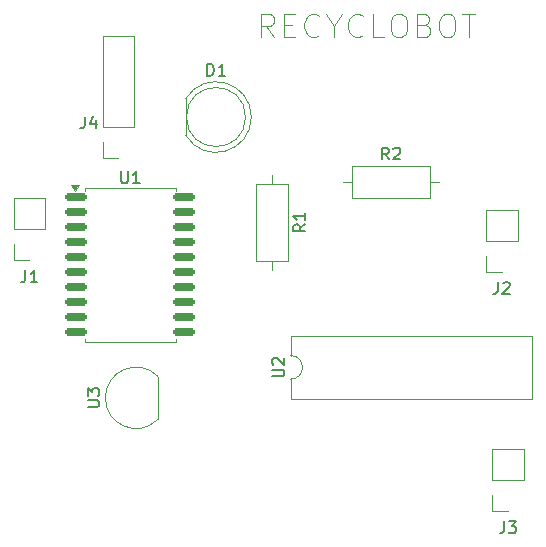
<source format=gto>
G04 #@! TF.GenerationSoftware,KiCad,Pcbnew,8.0.1*
G04 #@! TF.CreationDate,2024-05-12T16:03:36-04:00*
G04 #@! TF.ProjectId,recyclobot_main,72656379-636c-46f6-926f-745f6d61696e,rev?*
G04 #@! TF.SameCoordinates,Original*
G04 #@! TF.FileFunction,Legend,Top*
G04 #@! TF.FilePolarity,Positive*
%FSLAX46Y46*%
G04 Gerber Fmt 4.6, Leading zero omitted, Abs format (unit mm)*
G04 Created by KiCad (PCBNEW 8.0.1) date 2024-05-12 16:03:36*
%MOMM*%
%LPD*%
G01*
G04 APERTURE LIST*
G04 Aperture macros list*
%AMRoundRect*
0 Rectangle with rounded corners*
0 $1 Rounding radius*
0 $2 $3 $4 $5 $6 $7 $8 $9 X,Y pos of 4 corners*
0 Add a 4 corners polygon primitive as box body*
4,1,4,$2,$3,$4,$5,$6,$7,$8,$9,$2,$3,0*
0 Add four circle primitives for the rounded corners*
1,1,$1+$1,$2,$3*
1,1,$1+$1,$4,$5*
1,1,$1+$1,$6,$7*
1,1,$1+$1,$8,$9*
0 Add four rect primitives between the rounded corners*
20,1,$1+$1,$2,$3,$4,$5,0*
20,1,$1+$1,$4,$5,$6,$7,0*
20,1,$1+$1,$6,$7,$8,$9,0*
20,1,$1+$1,$8,$9,$2,$3,0*%
G04 Aperture macros list end*
%ADD10C,0.100000*%
%ADD11C,0.150000*%
%ADD12C,0.120000*%
%ADD13R,1.500000X1.050000*%
%ADD14O,1.500000X1.050000*%
%ADD15R,1.600000X1.600000*%
%ADD16O,1.600000X1.600000*%
%ADD17RoundRect,0.150000X-0.800000X-0.150000X0.800000X-0.150000X0.800000X0.150000X-0.800000X0.150000X0*%
%ADD18C,1.600000*%
%ADD19R,1.700000X1.700000*%
%ADD20O,1.700000X1.700000*%
%ADD21R,1.800000X1.800000*%
%ADD22C,1.800000*%
G04 APERTURE END LIST*
D10*
X148684836Y-68750038D02*
X148018169Y-67797657D01*
X147541979Y-68750038D02*
X147541979Y-66750038D01*
X147541979Y-66750038D02*
X148303884Y-66750038D01*
X148303884Y-66750038D02*
X148494360Y-66845276D01*
X148494360Y-66845276D02*
X148589598Y-66940514D01*
X148589598Y-66940514D02*
X148684836Y-67130990D01*
X148684836Y-67130990D02*
X148684836Y-67416704D01*
X148684836Y-67416704D02*
X148589598Y-67607180D01*
X148589598Y-67607180D02*
X148494360Y-67702419D01*
X148494360Y-67702419D02*
X148303884Y-67797657D01*
X148303884Y-67797657D02*
X147541979Y-67797657D01*
X149541979Y-67702419D02*
X150208646Y-67702419D01*
X150494360Y-68750038D02*
X149541979Y-68750038D01*
X149541979Y-68750038D02*
X149541979Y-66750038D01*
X149541979Y-66750038D02*
X150494360Y-66750038D01*
X152494360Y-68559561D02*
X152399122Y-68654800D01*
X152399122Y-68654800D02*
X152113408Y-68750038D01*
X152113408Y-68750038D02*
X151922932Y-68750038D01*
X151922932Y-68750038D02*
X151637217Y-68654800D01*
X151637217Y-68654800D02*
X151446741Y-68464323D01*
X151446741Y-68464323D02*
X151351503Y-68273847D01*
X151351503Y-68273847D02*
X151256265Y-67892895D01*
X151256265Y-67892895D02*
X151256265Y-67607180D01*
X151256265Y-67607180D02*
X151351503Y-67226228D01*
X151351503Y-67226228D02*
X151446741Y-67035752D01*
X151446741Y-67035752D02*
X151637217Y-66845276D01*
X151637217Y-66845276D02*
X151922932Y-66750038D01*
X151922932Y-66750038D02*
X152113408Y-66750038D01*
X152113408Y-66750038D02*
X152399122Y-66845276D01*
X152399122Y-66845276D02*
X152494360Y-66940514D01*
X153732455Y-67797657D02*
X153732455Y-68750038D01*
X153065789Y-66750038D02*
X153732455Y-67797657D01*
X153732455Y-67797657D02*
X154399122Y-66750038D01*
X156208646Y-68559561D02*
X156113408Y-68654800D01*
X156113408Y-68654800D02*
X155827694Y-68750038D01*
X155827694Y-68750038D02*
X155637218Y-68750038D01*
X155637218Y-68750038D02*
X155351503Y-68654800D01*
X155351503Y-68654800D02*
X155161027Y-68464323D01*
X155161027Y-68464323D02*
X155065789Y-68273847D01*
X155065789Y-68273847D02*
X154970551Y-67892895D01*
X154970551Y-67892895D02*
X154970551Y-67607180D01*
X154970551Y-67607180D02*
X155065789Y-67226228D01*
X155065789Y-67226228D02*
X155161027Y-67035752D01*
X155161027Y-67035752D02*
X155351503Y-66845276D01*
X155351503Y-66845276D02*
X155637218Y-66750038D01*
X155637218Y-66750038D02*
X155827694Y-66750038D01*
X155827694Y-66750038D02*
X156113408Y-66845276D01*
X156113408Y-66845276D02*
X156208646Y-66940514D01*
X158018170Y-68750038D02*
X157065789Y-68750038D01*
X157065789Y-68750038D02*
X157065789Y-66750038D01*
X159065789Y-66750038D02*
X159446742Y-66750038D01*
X159446742Y-66750038D02*
X159637218Y-66845276D01*
X159637218Y-66845276D02*
X159827694Y-67035752D01*
X159827694Y-67035752D02*
X159922932Y-67416704D01*
X159922932Y-67416704D02*
X159922932Y-68083371D01*
X159922932Y-68083371D02*
X159827694Y-68464323D01*
X159827694Y-68464323D02*
X159637218Y-68654800D01*
X159637218Y-68654800D02*
X159446742Y-68750038D01*
X159446742Y-68750038D02*
X159065789Y-68750038D01*
X159065789Y-68750038D02*
X158875313Y-68654800D01*
X158875313Y-68654800D02*
X158684837Y-68464323D01*
X158684837Y-68464323D02*
X158589599Y-68083371D01*
X158589599Y-68083371D02*
X158589599Y-67416704D01*
X158589599Y-67416704D02*
X158684837Y-67035752D01*
X158684837Y-67035752D02*
X158875313Y-66845276D01*
X158875313Y-66845276D02*
X159065789Y-66750038D01*
X161446742Y-67702419D02*
X161732456Y-67797657D01*
X161732456Y-67797657D02*
X161827694Y-67892895D01*
X161827694Y-67892895D02*
X161922932Y-68083371D01*
X161922932Y-68083371D02*
X161922932Y-68369085D01*
X161922932Y-68369085D02*
X161827694Y-68559561D01*
X161827694Y-68559561D02*
X161732456Y-68654800D01*
X161732456Y-68654800D02*
X161541980Y-68750038D01*
X161541980Y-68750038D02*
X160780075Y-68750038D01*
X160780075Y-68750038D02*
X160780075Y-66750038D01*
X160780075Y-66750038D02*
X161446742Y-66750038D01*
X161446742Y-66750038D02*
X161637218Y-66845276D01*
X161637218Y-66845276D02*
X161732456Y-66940514D01*
X161732456Y-66940514D02*
X161827694Y-67130990D01*
X161827694Y-67130990D02*
X161827694Y-67321466D01*
X161827694Y-67321466D02*
X161732456Y-67511942D01*
X161732456Y-67511942D02*
X161637218Y-67607180D01*
X161637218Y-67607180D02*
X161446742Y-67702419D01*
X161446742Y-67702419D02*
X160780075Y-67702419D01*
X163161027Y-66750038D02*
X163541980Y-66750038D01*
X163541980Y-66750038D02*
X163732456Y-66845276D01*
X163732456Y-66845276D02*
X163922932Y-67035752D01*
X163922932Y-67035752D02*
X164018170Y-67416704D01*
X164018170Y-67416704D02*
X164018170Y-68083371D01*
X164018170Y-68083371D02*
X163922932Y-68464323D01*
X163922932Y-68464323D02*
X163732456Y-68654800D01*
X163732456Y-68654800D02*
X163541980Y-68750038D01*
X163541980Y-68750038D02*
X163161027Y-68750038D01*
X163161027Y-68750038D02*
X162970551Y-68654800D01*
X162970551Y-68654800D02*
X162780075Y-68464323D01*
X162780075Y-68464323D02*
X162684837Y-68083371D01*
X162684837Y-68083371D02*
X162684837Y-67416704D01*
X162684837Y-67416704D02*
X162780075Y-67035752D01*
X162780075Y-67035752D02*
X162970551Y-66845276D01*
X162970551Y-66845276D02*
X163161027Y-66750038D01*
X164589599Y-66750038D02*
X165732456Y-66750038D01*
X165161027Y-68750038D02*
X165161027Y-66750038D01*
D11*
X132894819Y-100031904D02*
X133704342Y-100031904D01*
X133704342Y-100031904D02*
X133799580Y-99984285D01*
X133799580Y-99984285D02*
X133847200Y-99936666D01*
X133847200Y-99936666D02*
X133894819Y-99841428D01*
X133894819Y-99841428D02*
X133894819Y-99650952D01*
X133894819Y-99650952D02*
X133847200Y-99555714D01*
X133847200Y-99555714D02*
X133799580Y-99508095D01*
X133799580Y-99508095D02*
X133704342Y-99460476D01*
X133704342Y-99460476D02*
X132894819Y-99460476D01*
X132894819Y-99079523D02*
X132894819Y-98460476D01*
X132894819Y-98460476D02*
X133275771Y-98793809D01*
X133275771Y-98793809D02*
X133275771Y-98650952D01*
X133275771Y-98650952D02*
X133323390Y-98555714D01*
X133323390Y-98555714D02*
X133371009Y-98508095D01*
X133371009Y-98508095D02*
X133466247Y-98460476D01*
X133466247Y-98460476D02*
X133704342Y-98460476D01*
X133704342Y-98460476D02*
X133799580Y-98508095D01*
X133799580Y-98508095D02*
X133847200Y-98555714D01*
X133847200Y-98555714D02*
X133894819Y-98650952D01*
X133894819Y-98650952D02*
X133894819Y-98936666D01*
X133894819Y-98936666D02*
X133847200Y-99031904D01*
X133847200Y-99031904D02*
X133799580Y-99079523D01*
X148544819Y-97451904D02*
X149354342Y-97451904D01*
X149354342Y-97451904D02*
X149449580Y-97404285D01*
X149449580Y-97404285D02*
X149497200Y-97356666D01*
X149497200Y-97356666D02*
X149544819Y-97261428D01*
X149544819Y-97261428D02*
X149544819Y-97070952D01*
X149544819Y-97070952D02*
X149497200Y-96975714D01*
X149497200Y-96975714D02*
X149449580Y-96928095D01*
X149449580Y-96928095D02*
X149354342Y-96880476D01*
X149354342Y-96880476D02*
X148544819Y-96880476D01*
X148640057Y-96451904D02*
X148592438Y-96404285D01*
X148592438Y-96404285D02*
X148544819Y-96309047D01*
X148544819Y-96309047D02*
X148544819Y-96070952D01*
X148544819Y-96070952D02*
X148592438Y-95975714D01*
X148592438Y-95975714D02*
X148640057Y-95928095D01*
X148640057Y-95928095D02*
X148735295Y-95880476D01*
X148735295Y-95880476D02*
X148830533Y-95880476D01*
X148830533Y-95880476D02*
X148973390Y-95928095D01*
X148973390Y-95928095D02*
X149544819Y-96499523D01*
X149544819Y-96499523D02*
X149544819Y-95880476D01*
X135738095Y-80104819D02*
X135738095Y-80914342D01*
X135738095Y-80914342D02*
X135785714Y-81009580D01*
X135785714Y-81009580D02*
X135833333Y-81057200D01*
X135833333Y-81057200D02*
X135928571Y-81104819D01*
X135928571Y-81104819D02*
X136119047Y-81104819D01*
X136119047Y-81104819D02*
X136214285Y-81057200D01*
X136214285Y-81057200D02*
X136261904Y-81009580D01*
X136261904Y-81009580D02*
X136309523Y-80914342D01*
X136309523Y-80914342D02*
X136309523Y-80104819D01*
X137309523Y-81104819D02*
X136738095Y-81104819D01*
X137023809Y-81104819D02*
X137023809Y-80104819D01*
X137023809Y-80104819D02*
X136928571Y-80247676D01*
X136928571Y-80247676D02*
X136833333Y-80342914D01*
X136833333Y-80342914D02*
X136738095Y-80390533D01*
X158413333Y-79084819D02*
X158080000Y-78608628D01*
X157841905Y-79084819D02*
X157841905Y-78084819D01*
X157841905Y-78084819D02*
X158222857Y-78084819D01*
X158222857Y-78084819D02*
X158318095Y-78132438D01*
X158318095Y-78132438D02*
X158365714Y-78180057D01*
X158365714Y-78180057D02*
X158413333Y-78275295D01*
X158413333Y-78275295D02*
X158413333Y-78418152D01*
X158413333Y-78418152D02*
X158365714Y-78513390D01*
X158365714Y-78513390D02*
X158318095Y-78561009D01*
X158318095Y-78561009D02*
X158222857Y-78608628D01*
X158222857Y-78608628D02*
X157841905Y-78608628D01*
X158794286Y-78180057D02*
X158841905Y-78132438D01*
X158841905Y-78132438D02*
X158937143Y-78084819D01*
X158937143Y-78084819D02*
X159175238Y-78084819D01*
X159175238Y-78084819D02*
X159270476Y-78132438D01*
X159270476Y-78132438D02*
X159318095Y-78180057D01*
X159318095Y-78180057D02*
X159365714Y-78275295D01*
X159365714Y-78275295D02*
X159365714Y-78370533D01*
X159365714Y-78370533D02*
X159318095Y-78513390D01*
X159318095Y-78513390D02*
X158746667Y-79084819D01*
X158746667Y-79084819D02*
X159365714Y-79084819D01*
X151324819Y-84586666D02*
X150848628Y-84919999D01*
X151324819Y-85158094D02*
X150324819Y-85158094D01*
X150324819Y-85158094D02*
X150324819Y-84777142D01*
X150324819Y-84777142D02*
X150372438Y-84681904D01*
X150372438Y-84681904D02*
X150420057Y-84634285D01*
X150420057Y-84634285D02*
X150515295Y-84586666D01*
X150515295Y-84586666D02*
X150658152Y-84586666D01*
X150658152Y-84586666D02*
X150753390Y-84634285D01*
X150753390Y-84634285D02*
X150801009Y-84681904D01*
X150801009Y-84681904D02*
X150848628Y-84777142D01*
X150848628Y-84777142D02*
X150848628Y-85158094D01*
X151324819Y-83634285D02*
X151324819Y-84205713D01*
X151324819Y-83919999D02*
X150324819Y-83919999D01*
X150324819Y-83919999D02*
X150467676Y-84015237D01*
X150467676Y-84015237D02*
X150562914Y-84110475D01*
X150562914Y-84110475D02*
X150610533Y-84205713D01*
X132666666Y-75454819D02*
X132666666Y-76169104D01*
X132666666Y-76169104D02*
X132619047Y-76311961D01*
X132619047Y-76311961D02*
X132523809Y-76407200D01*
X132523809Y-76407200D02*
X132380952Y-76454819D01*
X132380952Y-76454819D02*
X132285714Y-76454819D01*
X133571428Y-75788152D02*
X133571428Y-76454819D01*
X133333333Y-75407200D02*
X133095238Y-76121485D01*
X133095238Y-76121485D02*
X133714285Y-76121485D01*
X168166666Y-109724819D02*
X168166666Y-110439104D01*
X168166666Y-110439104D02*
X168119047Y-110581961D01*
X168119047Y-110581961D02*
X168023809Y-110677200D01*
X168023809Y-110677200D02*
X167880952Y-110724819D01*
X167880952Y-110724819D02*
X167785714Y-110724819D01*
X168547619Y-109724819D02*
X169166666Y-109724819D01*
X169166666Y-109724819D02*
X168833333Y-110105771D01*
X168833333Y-110105771D02*
X168976190Y-110105771D01*
X168976190Y-110105771D02*
X169071428Y-110153390D01*
X169071428Y-110153390D02*
X169119047Y-110201009D01*
X169119047Y-110201009D02*
X169166666Y-110296247D01*
X169166666Y-110296247D02*
X169166666Y-110534342D01*
X169166666Y-110534342D02*
X169119047Y-110629580D01*
X169119047Y-110629580D02*
X169071428Y-110677200D01*
X169071428Y-110677200D02*
X168976190Y-110724819D01*
X168976190Y-110724819D02*
X168690476Y-110724819D01*
X168690476Y-110724819D02*
X168595238Y-110677200D01*
X168595238Y-110677200D02*
X168547619Y-110629580D01*
X167641666Y-89474819D02*
X167641666Y-90189104D01*
X167641666Y-90189104D02*
X167594047Y-90331961D01*
X167594047Y-90331961D02*
X167498809Y-90427200D01*
X167498809Y-90427200D02*
X167355952Y-90474819D01*
X167355952Y-90474819D02*
X167260714Y-90474819D01*
X168070238Y-89570057D02*
X168117857Y-89522438D01*
X168117857Y-89522438D02*
X168213095Y-89474819D01*
X168213095Y-89474819D02*
X168451190Y-89474819D01*
X168451190Y-89474819D02*
X168546428Y-89522438D01*
X168546428Y-89522438D02*
X168594047Y-89570057D01*
X168594047Y-89570057D02*
X168641666Y-89665295D01*
X168641666Y-89665295D02*
X168641666Y-89760533D01*
X168641666Y-89760533D02*
X168594047Y-89903390D01*
X168594047Y-89903390D02*
X168022619Y-90474819D01*
X168022619Y-90474819D02*
X168641666Y-90474819D01*
X127641666Y-88474819D02*
X127641666Y-89189104D01*
X127641666Y-89189104D02*
X127594047Y-89331961D01*
X127594047Y-89331961D02*
X127498809Y-89427200D01*
X127498809Y-89427200D02*
X127355952Y-89474819D01*
X127355952Y-89474819D02*
X127260714Y-89474819D01*
X128641666Y-89474819D02*
X128070238Y-89474819D01*
X128355952Y-89474819D02*
X128355952Y-88474819D01*
X128355952Y-88474819D02*
X128260714Y-88617676D01*
X128260714Y-88617676D02*
X128165476Y-88712914D01*
X128165476Y-88712914D02*
X128070238Y-88760533D01*
X143031905Y-71994819D02*
X143031905Y-70994819D01*
X143031905Y-70994819D02*
X143270000Y-70994819D01*
X143270000Y-70994819D02*
X143412857Y-71042438D01*
X143412857Y-71042438D02*
X143508095Y-71137676D01*
X143508095Y-71137676D02*
X143555714Y-71232914D01*
X143555714Y-71232914D02*
X143603333Y-71423390D01*
X143603333Y-71423390D02*
X143603333Y-71566247D01*
X143603333Y-71566247D02*
X143555714Y-71756723D01*
X143555714Y-71756723D02*
X143508095Y-71851961D01*
X143508095Y-71851961D02*
X143412857Y-71947200D01*
X143412857Y-71947200D02*
X143270000Y-71994819D01*
X143270000Y-71994819D02*
X143031905Y-71994819D01*
X144555714Y-71994819D02*
X143984286Y-71994819D01*
X144270000Y-71994819D02*
X144270000Y-70994819D01*
X144270000Y-70994819D02*
X144174762Y-71137676D01*
X144174762Y-71137676D02*
X144079524Y-71232914D01*
X144079524Y-71232914D02*
X143984286Y-71280533D01*
D12*
X138850000Y-101070000D02*
X138850000Y-97470000D01*
X138838478Y-101108478D02*
G75*
G02*
X134400000Y-99270000I-1838478J1838478D01*
G01*
X134400000Y-99270000D02*
G75*
G02*
X138838478Y-97431522I2600000J0D01*
G01*
X150090000Y-99340000D02*
X170530000Y-99340000D01*
X170530000Y-99340000D02*
X170530000Y-94040000D01*
X150090000Y-97690000D02*
X150090000Y-99340000D01*
X150090000Y-94040000D02*
X150090000Y-95690000D01*
X170530000Y-94040000D02*
X150090000Y-94040000D01*
X150090000Y-95690000D02*
G75*
G02*
X150090000Y-97690000I0J-1000000D01*
G01*
X131850000Y-81725000D02*
X131510000Y-81255000D01*
X132190000Y-81255000D01*
X131850000Y-81725000D01*
G36*
X131850000Y-81725000D02*
G01*
X131510000Y-81255000D01*
X132190000Y-81255000D01*
X131850000Y-81725000D01*
G37*
X140360000Y-94510000D02*
X140360000Y-94275000D01*
X140360000Y-81490000D02*
X140360000Y-81725000D01*
X136500000Y-94510000D02*
X140360000Y-94510000D01*
X136500000Y-94510000D02*
X132640000Y-94510000D01*
X136500000Y-81490000D02*
X140360000Y-81490000D01*
X136500000Y-81490000D02*
X132640000Y-81490000D01*
X132640000Y-94510000D02*
X132640000Y-94275000D01*
X132640000Y-81490000D02*
X132640000Y-81725000D01*
X154540000Y-81000000D02*
X155310000Y-81000000D01*
X155310000Y-79630000D02*
X155310000Y-82370000D01*
X155310000Y-82370000D02*
X161850000Y-82370000D01*
X161850000Y-79630000D02*
X155310000Y-79630000D01*
X161850000Y-82370000D02*
X161850000Y-79630000D01*
X162620000Y-81000000D02*
X161850000Y-81000000D01*
X148500000Y-80380000D02*
X148500000Y-81150000D01*
X149870000Y-81150000D02*
X147130000Y-81150000D01*
X147130000Y-81150000D02*
X147130000Y-87690000D01*
X149870000Y-87690000D02*
X149870000Y-81150000D01*
X147130000Y-87690000D02*
X149870000Y-87690000D01*
X148500000Y-88460000D02*
X148500000Y-87690000D01*
X136830000Y-76350000D02*
X136830000Y-68670000D01*
X136830000Y-76350000D02*
X134170000Y-76350000D01*
X136830000Y-68670000D02*
X134170000Y-68670000D01*
X135500000Y-78950000D02*
X134170000Y-78950000D01*
X134170000Y-78950000D02*
X134170000Y-77620000D01*
X134170000Y-76350000D02*
X134170000Y-68670000D01*
X169830000Y-106230000D02*
X169830000Y-103630000D01*
X169830000Y-106230000D02*
X167170000Y-106230000D01*
X169830000Y-103630000D02*
X167170000Y-103630000D01*
X168500000Y-108830000D02*
X167170000Y-108830000D01*
X167170000Y-108830000D02*
X167170000Y-107500000D01*
X167170000Y-106230000D02*
X167170000Y-103630000D01*
X169305000Y-85980000D02*
X169305000Y-83380000D01*
X169305000Y-85980000D02*
X166645000Y-85980000D01*
X169305000Y-83380000D02*
X166645000Y-83380000D01*
X167975000Y-88580000D02*
X166645000Y-88580000D01*
X166645000Y-88580000D02*
X166645000Y-87250000D01*
X166645000Y-85980000D02*
X166645000Y-83380000D01*
X129305000Y-84980000D02*
X129305000Y-82380000D01*
X129305000Y-84980000D02*
X126645000Y-84980000D01*
X129305000Y-82380000D02*
X126645000Y-82380000D01*
X127975000Y-87580000D02*
X126645000Y-87580000D01*
X126645000Y-87580000D02*
X126645000Y-86250000D01*
X126645000Y-84980000D02*
X126645000Y-82380000D01*
X141210000Y-73955000D02*
X141210000Y-77045000D01*
X141210001Y-73955170D02*
G75*
G02*
X146759999Y-75500462I2559999J-1544830D01*
G01*
X146760000Y-75499538D02*
G75*
G02*
X141210000Y-77044830I-2990000J-462D01*
G01*
X146270000Y-75500000D02*
G75*
G02*
X141270000Y-75500000I-2500000J0D01*
G01*
X141270000Y-75500000D02*
G75*
G02*
X146270000Y-75500000I2500000J0D01*
G01*
%LPC*%
D13*
X137000000Y-100540000D03*
D14*
X137000000Y-99270000D03*
X137000000Y-98000000D03*
D15*
X151420000Y-100500000D03*
D16*
X153960000Y-100500000D03*
X156500000Y-100500000D03*
X159040000Y-100500000D03*
X161580000Y-100500000D03*
X164120000Y-100500000D03*
X166660000Y-100500000D03*
X169200000Y-100500000D03*
X169200000Y-92880000D03*
X166660000Y-92880000D03*
X164120000Y-92880000D03*
X161580000Y-92880000D03*
X159040000Y-92880000D03*
X156500000Y-92880000D03*
X153960000Y-92880000D03*
X151420000Y-92880000D03*
D17*
X141100000Y-82285000D03*
X141100000Y-83555000D03*
X141100000Y-84825000D03*
X141100000Y-86095000D03*
X141100000Y-87365000D03*
X141100000Y-88635000D03*
X141100000Y-89905000D03*
X141100000Y-91175000D03*
X141100000Y-92445000D03*
X141100000Y-93715000D03*
X131900000Y-93715000D03*
X131900000Y-92445000D03*
X131900000Y-91175000D03*
X131900000Y-89905000D03*
X131900000Y-88635000D03*
X131900000Y-87365000D03*
X131900000Y-86095000D03*
X131900000Y-84825000D03*
X131900000Y-83555000D03*
X131900000Y-82285000D03*
D18*
X153500000Y-81000000D03*
D16*
X163660000Y-81000000D03*
D18*
X148500000Y-79340000D03*
D16*
X148500000Y-89500000D03*
D19*
X135500000Y-77620000D03*
D20*
X135500000Y-75080000D03*
X135500000Y-72540000D03*
X135500000Y-70000000D03*
D19*
X168500000Y-107500000D03*
D20*
X168500000Y-104960000D03*
D19*
X167975000Y-87250000D03*
D20*
X167975000Y-84710000D03*
D19*
X127975000Y-86250000D03*
D20*
X127975000Y-83710000D03*
D21*
X142500000Y-75500000D03*
D22*
X145040000Y-75500000D03*
%LPD*%
M02*

</source>
